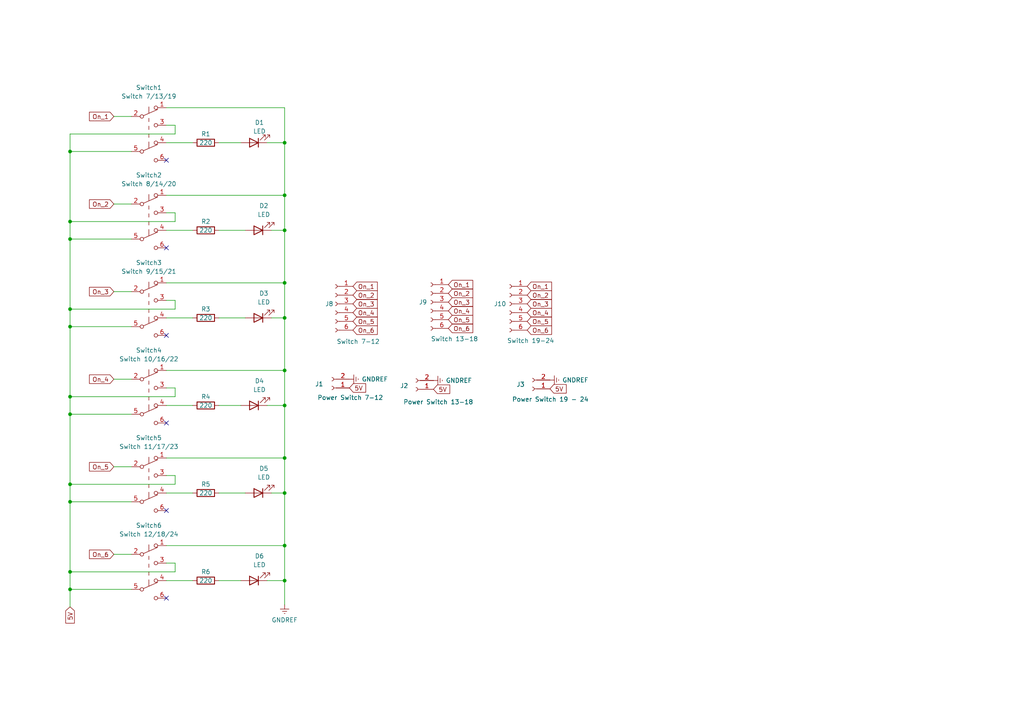
<source format=kicad_sch>
(kicad_sch (version 20230121) (generator eeschema)
  (paper "A4")
  (lib_symbols
    (symbol "Connector:Conn_01x02_Socket" (pin_names (offset 1.016) hide)
      (property "Reference" "J" (at 0 2.54 0))
      (property "Value" "Conn_01x02_Socket" (at 0 -5.08 0))
      (symbol "Conn_01x02_Socket_1_1"
        (arc (start 0 -2.032) (mid -0.5058 -2.54) (end 0 -3.048) (stroke (width 0.1524)))
        (polyline (pts (xy -1.27 -2.54) (xy -0.508 -2.54)) (stroke (width 0.1524)))
        (polyline (pts (xy -1.27 0) (xy -0.508 0)) (stroke (width 0.1524)))
        (arc (start 0 0.508) (mid -0.5058 0) (end 0 -0.508) (stroke (width 0.1524)))
        (pin passive line (at -5.08 0 0) (length 3.81) (name "Pin_1") (number "1"))
        (pin passive line (at -5.08 -2.54 0) (length 3.81) (name "Pin_2") (number "2"))
      )
    )
    (symbol "Connector:Conn_01x06_Socket" (pin_names (offset 1.016) hide)
      (property "Reference" "J" (at 0 7.62 0))
      (property "Value" "Conn_01x06_Socket" (at 0 -10.16 0))
      (symbol "Conn_01x06_Socket_1_1"
        (arc (start 0 -7.112) (mid -0.5058 -7.62) (end 0 -8.128) (stroke (width 0.1524)))
        (arc (start 0 -4.572) (mid -0.5058 -5.08) (end 0 -5.588) (stroke (width 0.1524)))
        (arc (start 0 -2.032) (mid -0.5058 -2.54) (end 0 -3.048) (stroke (width 0.1524)))
        (polyline (pts (xy -1.27 -7.62) (xy -0.508 -7.62)) (stroke (width 0.1524)))
        (polyline (pts (xy -1.27 -5.08) (xy -0.508 -5.08)) (stroke (width 0.1524)))
        (polyline (pts (xy -1.27 -2.54) (xy -0.508 -2.54)) (stroke (width 0.1524)))
        (polyline (pts (xy -1.27 0) (xy -0.508 0)) (stroke (width 0.1524)))
        (polyline (pts (xy -1.27 2.54) (xy -0.508 2.54)) (stroke (width 0.1524)))
        (polyline (pts (xy -1.27 5.08) (xy -0.508 5.08)) (stroke (width 0.1524)))
        (arc (start 0 0.508) (mid -0.5058 0) (end 0 -0.508) (stroke (width 0.1524)))
        (arc (start 0 3.048) (mid -0.5058 2.54) (end 0 2.032) (stroke (width 0.1524)))
        (arc (start 0 5.588) (mid -0.5058 5.08) (end 0 4.572) (stroke (width 0.1524)))
        (pin passive line (at -5.08 5.08 0) (length 3.81) (name "Pin_1") (number "1"))
        (pin passive line (at -5.08 2.54 0) (length 3.81) (name "Pin_2") (number "2"))
        (pin passive line (at -5.08 0 0) (length 3.81) (name "Pin_3") (number "3"))
        (pin passive line (at -5.08 -2.54 0) (length 3.81) (name "Pin_4") (number "4"))
        (pin passive line (at -5.08 -5.08 0) (length 3.81) (name "Pin_5") (number "5"))
        (pin passive line (at -5.08 -7.62 0) (length 3.81) (name "Pin_6") (number "6"))
      )
    )
    (symbol "Device:LED" (pin_numbers hide) (pin_names (offset 1.016) hide)
      (property "Reference" "D" (at 0 2.54 0))
      (property "Value" "LED" (at 0 -2.54 0))
      (symbol "LED_0_1"
        (polyline (pts (xy -1.27 -1.27) (xy -1.27 1.27)) (stroke (width 0.254)))
        (polyline (pts (xy -1.27 0) (xy 1.27 0)))
        (polyline (pts (xy 1.27 -1.27) (xy 1.27 1.27) (xy -1.27 0) (xy 1.27 -1.27)) (stroke (width 0.254)))
        (polyline (pts (xy -3.048 -0.762) (xy -4.572 -2.286) (xy -3.81 -2.286) (xy -4.572 -2.286) (xy -4.572 -1.524)))
        (polyline (pts (xy -1.778 -0.762) (xy -3.302 -2.286) (xy -2.54 -2.286) (xy -3.302 -2.286) (xy -3.302 -1.524)))
      )
      (symbol "LED_1_1"
        (pin passive line (at -3.81 0 0) (length 2.54) (name "K") (number "1"))
        (pin passive line (at 3.81 0 180) (length 2.54) (name "A") (number "2"))
      )
    )
    (symbol "Device:R" (pin_numbers hide) (pin_names (offset 0))
      (property "Reference" "R" (at 2.032 0 90))
      (property "Value" "R" (at 0 0 90))
      (symbol "R_0_1"
        (rectangle (start -1.016 -2.54) (end 1.016 2.54) (stroke (width 0.254)))
      )
      (symbol "R_1_1"
        (pin passive line (at 0 3.81 270) (length 1.27) (name "~") (number "1"))
        (pin passive line (at 0 -3.81 90) (length 1.27) (name "~") (number "2"))
      )
    )
    (symbol "Switch:SW_Push_DPDT" (pin_names (offset 0) hide)
      (property "Reference" "SW" (at 0 8.89 0))
      (property "Value" "SW_Push_DPDT" (at 0 -10.16 0))
      (symbol "SW_Push_DPDT_0_0"
        (circle (center -2.032 -5.08) (radius 0.508))
        (circle (center -2.032 5.08) (radius 0.508))
        (circle (center 2.032 -7.62) (radius 0.508))
        (circle (center 2.032 2.54) (radius 0.508))
      )
      (symbol "SW_Push_DPDT_0_1"
        (polyline (pts (xy -1.524 -4.826) (xy 2.54 -3.048)))
        (polyline (pts (xy -1.524 5.334) (xy 2.54 7.112)))
        (polyline (pts (xy 0 -2.286) (xy 0 -4.064)))
        (polyline (pts (xy 0 -1.016) (xy 0 0)))
        (polyline (pts (xy 0 1.27) (xy 0 2.286)))
        (polyline (pts (xy 0 3.556) (xy 0 4.572)))
        (polyline (pts (xy 0 7.874) (xy 0 6.096)))
        (circle (center 2.032 -2.54) (radius 0.508))
        (circle (center 2.032 7.62) (radius 0.508))
      )
      (symbol "SW_Push_DPDT_1_1"
        (pin passive line (at 5.08 7.62 180) (length 2.54) (name "A") (number "1"))
        (pin passive line (at -5.08 5.08 0) (length 2.54) (name "B") (number "2"))
        (pin passive line (at 5.08 2.54 180) (length 2.54) (name "C") (number "3"))
        (pin passive line (at 5.08 -2.54 180) (length 2.54) (name "A") (number "4"))
        (pin passive line (at -5.08 -5.08 0) (length 2.54) (name "B") (number "5"))
        (pin passive line (at 5.08 -7.62 180) (length 2.54) (name "C") (number "6"))
      )
    )
    (symbol "power:GNDREF" (power) (pin_names (offset 0))
      (property "Value" "GNDREF" (at 0 -3.81 0))
      (symbol "GNDREF_0_1"
        (polyline (pts (xy -0.635 -1.905) (xy 0.635 -1.905)))
        (polyline (pts (xy -0.127 -2.54) (xy 0.127 -2.54)))
        (polyline (pts (xy 0 -1.27) (xy 0 0)))
        (polyline (pts (xy 1.27 -1.27) (xy -1.27 -1.27)))
      )
      (symbol "GNDREF_1_1"
        (pin power_in line (at 0 0 270) (length 0) hide (name "GNDREF") (number "1"))
      )
    )
  )
  (junction (at 20.32 120.142))
  (junction (at 20.32 145.542))
  (junction (at 20.32 140.462))
  (junction (at 20.32 94.742))
  (junction (at 82.55 92.202))
  (junction (at 20.32 69.342))
  (junction (at 20.32 165.862))
  (junction (at 82.55 41.402))
  (junction (at 82.55 158.242))
  (junction (at 82.55 82.042))
  (junction (at 20.32 89.662))
  (junction (at 82.55 132.842))
  (junction (at 82.55 143.002))
  (junction (at 82.55 56.642))
  (junction (at 20.32 170.942))
  (junction (at 82.55 107.442))
  (junction (at 20.32 64.262))
  (junction (at 82.55 168.402))
  (junction (at 82.55 117.602))
  (junction (at 82.55 66.802))
  (junction (at 20.32 43.942))
  (junction (at 20.32 115.062))
  (no_connect (at 48.26 122.682))
  (no_connect (at 48.26 148.082))
  (no_connect (at 48.26 71.882))
  (no_connect (at 48.26 46.482))
  (no_connect (at 48.26 97.282))
  (no_connect (at 48.26 173.482))
  (wire (pts (xy 48.26 158.242) (xy 82.55 158.242)))
  (wire (pts (xy 33.02 33.782) (xy 38.1 33.782)))
  (wire (pts (xy 48.26 41.402) (xy 55.88 41.402)))
  (wire (pts (xy 63.5 41.402) (xy 69.85 41.402)))
  (wire (pts (xy 82.55 31.242) (xy 82.55 41.402)))
  (wire (pts (xy 48.26 36.322) (xy 50.8 36.322)))
  (wire (pts (xy 77.47 41.402) (xy 82.55 41.402)))
  (wire (pts (xy 48.26 112.522) (xy 50.8 112.522)))
  (wire (pts (xy 82.55 92.202) (xy 82.55 107.442)))
  (wire (pts (xy 63.5 143.002) (xy 71.12 143.002)))
  (wire (pts (xy 82.55 158.242) (xy 82.55 168.402)))
  (wire (pts (xy 20.32 69.342) (xy 38.1 69.342)))
  (wire (pts (xy 33.02 135.382) (xy 38.1 135.382)))
  (wire (pts (xy 48.26 117.602) (xy 55.88 117.602)))
  (wire (pts (xy 50.8 36.322) (xy 50.8 38.862)))
  (wire (pts (xy 20.32 140.462) (xy 50.8 140.462)))
  (wire (pts (xy 78.74 66.802) (xy 82.55 66.802)))
  (wire (pts (xy 48.26 82.042) (xy 82.55 82.042)))
  (wire (pts (xy 50.8 112.522) (xy 50.8 115.062)))
  (wire (pts (xy 20.32 94.742) (xy 38.1 94.742)))
  (wire (pts (xy 48.26 56.642) (xy 82.55 56.642)))
  (wire (pts (xy 20.32 120.142) (xy 20.32 140.462)))
  (wire (pts (xy 78.74 143.002) (xy 82.55 143.002)))
  (wire (pts (xy 20.32 94.742) (xy 20.32 115.062)))
  (wire (pts (xy 50.8 87.122) (xy 50.8 89.662)))
  (wire (pts (xy 20.32 89.662) (xy 50.8 89.662)))
  (wire (pts (xy 82.55 117.602) (xy 82.55 132.842)))
  (wire (pts (xy 33.02 109.982) (xy 38.1 109.982)))
  (wire (pts (xy 48.26 132.842) (xy 82.55 132.842)))
  (wire (pts (xy 48.26 66.802) (xy 55.88 66.802)))
  (wire (pts (xy 50.8 61.722) (xy 50.8 64.262)))
  (wire (pts (xy 82.55 56.642) (xy 82.55 66.802)))
  (wire (pts (xy 50.8 137.922) (xy 50.8 140.462)))
  (wire (pts (xy 82.55 143.002) (xy 82.55 158.242)))
  (wire (pts (xy 20.32 64.262) (xy 50.8 64.262)))
  (wire (pts (xy 78.74 92.202) (xy 82.55 92.202)))
  (wire (pts (xy 82.55 41.402) (xy 82.55 56.642)))
  (wire (pts (xy 48.26 137.922) (xy 50.8 137.922)))
  (wire (pts (xy 20.32 115.062) (xy 50.8 115.062)))
  (wire (pts (xy 33.02 84.582) (xy 38.1 84.582)))
  (wire (pts (xy 33.02 59.182) (xy 38.1 59.182)))
  (wire (pts (xy 20.32 64.262) (xy 20.32 69.342)))
  (wire (pts (xy 82.55 82.042) (xy 82.55 92.202)))
  (wire (pts (xy 48.26 61.722) (xy 50.8 61.722)))
  (wire (pts (xy 48.26 168.402) (xy 55.88 168.402)))
  (wire (pts (xy 63.5 168.402) (xy 69.85 168.402)))
  (wire (pts (xy 20.32 115.062) (xy 20.32 120.142)))
  (wire (pts (xy 77.47 168.402) (xy 82.55 168.402)))
  (wire (pts (xy 20.32 140.462) (xy 20.32 145.542)))
  (wire (pts (xy 38.1 43.942) (xy 20.32 43.942)))
  (wire (pts (xy 20.32 165.862) (xy 50.8 165.862)))
  (wire (pts (xy 20.32 89.662) (xy 20.32 94.742)))
  (wire (pts (xy 48.26 92.202) (xy 55.88 92.202)))
  (wire (pts (xy 20.32 170.942) (xy 38.1 170.942)))
  (wire (pts (xy 48.26 163.322) (xy 50.8 163.322)))
  (wire (pts (xy 20.32 120.142) (xy 38.1 120.142)))
  (wire (pts (xy 20.32 165.862) (xy 20.32 170.942)))
  (wire (pts (xy 63.5 66.802) (xy 71.12 66.802)))
  (wire (pts (xy 77.47 117.602) (xy 82.55 117.602)))
  (wire (pts (xy 20.32 145.542) (xy 20.32 165.862)))
  (wire (pts (xy 20.32 170.942) (xy 20.32 176.022)))
  (wire (pts (xy 63.5 92.202) (xy 71.12 92.202)))
  (wire (pts (xy 50.8 163.322) (xy 50.8 165.862)))
  (wire (pts (xy 48.26 87.122) (xy 50.8 87.122)))
  (wire (pts (xy 48.26 31.242) (xy 82.55 31.242)))
  (wire (pts (xy 20.32 145.542) (xy 38.1 145.542)))
  (wire (pts (xy 82.55 66.802) (xy 82.55 82.042)))
  (wire (pts (xy 63.5 117.602) (xy 69.85 117.602)))
  (wire (pts (xy 20.32 38.862) (xy 20.32 43.942)))
  (wire (pts (xy 48.26 107.442) (xy 82.55 107.442)))
  (wire (pts (xy 20.32 43.942) (xy 20.32 64.262)))
  (wire (pts (xy 20.32 69.342) (xy 20.32 89.662)))
  (wire (pts (xy 82.55 132.842) (xy 82.55 143.002)))
  (wire (pts (xy 33.02 160.782) (xy 38.1 160.782)))
  (wire (pts (xy 20.32 38.862) (xy 50.8 38.862)))
  (wire (pts (xy 48.26 143.002) (xy 55.88 143.002)))
  (wire (pts (xy 82.55 168.402) (xy 82.55 175.387)))
  (wire (pts (xy 82.55 107.442) (xy 82.55 117.602)))
  (global_label "On_2" (shape input) (at 152.908 85.598 0) (property "Intersheetrefs" "${INTERSHEET_REFS}" (effects hide)))
  (global_label "5V" (shape input) (at 20.32 176.022 270) (property "Intersheetrefs" "${INTERSHEET_REFS}" (effects hide)))
  (global_label "5V" (shape input) (at 159.512 112.776 0) (property "Intersheetrefs" "${INTERSHEET_REFS}" (effects hide)))
  (global_label "On_2" (shape input) (at 130.048 85.09 0) (property "Intersheetrefs" "${INTERSHEET_REFS}" (effects hide)))
  (global_label "On_4" (shape input) (at 33.02 109.982 180) (property "Intersheetrefs" "${INTERSHEET_REFS}" (effects hide)))
  (global_label "On_6" (shape input) (at 102.362 95.758 0) (property "Intersheetrefs" "${INTERSHEET_REFS}" (effects hide)))
  (global_label "On_3" (shape input) (at 33.02 84.582 180) (property "Intersheetrefs" "${INTERSHEET_REFS}" (effects hide)))
  (global_label "On_4" (shape input) (at 130.048 90.17 0) (property "Intersheetrefs" "${INTERSHEET_REFS}" (effects hide)))
  (global_label "On_6" (shape input) (at 152.908 95.758 0) (property "Intersheetrefs" "${INTERSHEET_REFS}" (effects hide)))
  (global_label "On_1" (shape input) (at 152.908 83.058 0) (property "Intersheetrefs" "${INTERSHEET_REFS}" (effects hide)))
  (global_label "On_6" (shape input) (at 33.02 160.782 180) (property "Intersheetrefs" "${INTERSHEET_REFS}" (effects hide)))
  (global_label "On_1" (shape input) (at 33.02 33.782 180) (property "Intersheetrefs" "${INTERSHEET_REFS}" (effects hide)))
  (global_label "5V" (shape input) (at 125.73 112.903 0) (property "Intersheetrefs" "${INTERSHEET_REFS}" (effects hide)))
  (global_label "On_1" (shape input) (at 102.362 83.058 0) (property "Intersheetrefs" "${INTERSHEET_REFS}" (effects hide)))
  (global_label "On_4" (shape input) (at 102.362 90.678 0) (property "Intersheetrefs" "${INTERSHEET_REFS}" (effects hide)))
  (global_label "5V" (shape input) (at 101.346 112.522 0) (property "Intersheetrefs" "${INTERSHEET_REFS}" (effects hide)))
  (global_label "On_5" (shape input) (at 130.048 92.71 0) (property "Intersheetrefs" "${INTERSHEET_REFS}" (effects hide)))
  (global_label "On_5" (shape input) (at 102.362 93.218 0) (property "Intersheetrefs" "${INTERSHEET_REFS}" (effects hide)))
  (global_label "On_6" (shape input) (at 130.048 95.25 0) (property "Intersheetrefs" "${INTERSHEET_REFS}" (effects hide)))
  (global_label "On_2" (shape input) (at 33.02 59.182 180) (property "Intersheetrefs" "${INTERSHEET_REFS}" (effects hide)))
  (global_label "On_5" (shape input) (at 33.02 135.382 180) (property "Intersheetrefs" "${INTERSHEET_REFS}" (effects hide)))
  (global_label "On_1" (shape input) (at 130.048 82.55 0) (property "Intersheetrefs" "${INTERSHEET_REFS}" (effects hide)))
  (global_label "On_3" (shape input) (at 130.048 87.63 0) (property "Intersheetrefs" "${INTERSHEET_REFS}" (effects hide)))
  (global_label "On_4" (shape input) (at 152.908 90.678 0) (property "Intersheetrefs" "${INTERSHEET_REFS}" (effects hide)))
  (global_label "On_3" (shape input) (at 152.908 88.138 0) (property "Intersheetrefs" "${INTERSHEET_REFS}" (effects hide)))
  (global_label "On_3" (shape input) (at 102.362 88.138 0) (property "Intersheetrefs" "${INTERSHEET_REFS}" (effects hide)))
  (global_label "On_2" (shape input) (at 102.362 85.598 0) (property "Intersheetrefs" "${INTERSHEET_REFS}" (effects hide)))
  (global_label "On_5" (shape input) (at 152.908 93.218 0) (property "Intersheetrefs" "${INTERSHEET_REFS}" (effects hide)))
  (symbol (lib_id "Device:R") (at 59.69 168.402 90) (unit 1)
    (property "Reference" "R6" (at 59.69 165.862 90))
    (property "Value" "220" (at 59.69 168.402 90))
    (property "Footprint" "Resistor_THT:R_Axial_DIN0309_L9.0mm_D3.2mm_P15.24mm_Horizontal" (effects hide))
  )
  (symbol (lib_id "Switch:SW_Push_DPDT") (at 43.18 140.462 0) (unit 1)
    (property "Reference" "Switch5" (at 43.18 127 0))
    (property "Value" "Switch 11/17/23" (at 43.18 129.54 0))
    (property "Footprint" "Maxime:maxi_DPDT_Angled" (effects hide))
  )
  (symbol (lib_id "Device:R") (at 59.69 92.202 90) (unit 1)
    (property "Reference" "R3" (at 59.69 89.662 90))
    (property "Value" "220" (at 59.69 92.202 90))
    (property "Footprint" "Resistor_THT:R_Axial_DIN0309_L9.0mm_D3.2mm_P15.24mm_Horizontal" (effects hide))
  )
  (symbol (lib_id "Connector:Conn_01x02_Socket") (at 96.266 112.522 180) (unit 1)
    (property "Reference" "J1" (at 92.583 111.379 0))
    (property "Value" "Power Switch 7-12" (at 101.6 115.316 0))
    (property "Footprint" "Connector_JST:JST_XH_B2B-XH-A_1x02_P2.50mm_Vertical" (effects hide))
  )
  (symbol (lib_id "power:GNDREF") (at 101.346 109.982 90) (unit 1)
    (property "Reference" "#PWR02" (effects hide))
    (property "Value" "GNDREF" (at 108.712 109.982 90))
  )
  (symbol (lib_id "Device:LED") (at 74.93 92.202 180) (unit 1)
    (property "Reference" "D3" (at 76.5175 85.09 0))
    (property "Value" "LED" (at 76.5175 87.63 0))
    (property "Footprint" "LED_THT:LED_D3.0mm" (effects hide))
  )
  (symbol (lib_id "Switch:SW_Push_DPDT") (at 43.18 64.262 0) (unit 1)
    (property "Reference" "Switch2" (at 43.18 50.8 0))
    (property "Value" "Switch 8/14/20" (at 43.18 53.34 0))
    (property "Footprint" "Maxime:maxi_DPDT_Angled" (effects hide))
  )
  (symbol (lib_id "Device:LED") (at 73.66 41.402 180) (unit 1)
    (property "Reference" "D1" (at 75.2475 35.5432 0))
    (property "Value" "LED" (at 75.2475 38.0801 0))
    (property "Footprint" "LED_THT:LED_D3.0mm" (effects hide))
  )
  (symbol (lib_id "Device:R") (at 59.69 143.002 90) (unit 1)
    (property "Reference" "R5" (at 59.69 140.462 90))
    (property "Value" "220" (at 59.69 143.002 90))
    (property "Footprint" "Resistor_THT:R_Axial_DIN0309_L9.0mm_D3.2mm_P15.24mm_Horizontal" (effects hide))
  )
  (symbol (lib_id "Device:LED") (at 74.93 143.002 180) (unit 1)
    (property "Reference" "D5" (at 76.5175 135.89 0))
    (property "Value" "LED" (at 76.5175 138.43 0))
    (property "Footprint" "LED_THT:LED_D3.0mm" (effects hide))
  )
  (symbol (lib_id "Connector:Conn_01x06_Socket") (at 124.968 87.63 0) (mirror y) (unit 1)
    (property "Reference" "J9" (at 122.682 87.63 0))
    (property "Value" "Switch 13-18" (at 131.826 98.298 0))
    (property "Footprint" "Connector_JST:JST_XH_B6B-XH-A_1x06_P2.50mm_Vertical" (effects hide))
  )
  (symbol (lib_id "Switch:SW_Push_DPDT") (at 43.18 115.062 0) (unit 1)
    (property "Reference" "Switch4" (at 43.18 101.6 0))
    (property "Value" "Switch 10/16/22" (at 43.18 104.14 0))
    (property "Footprint" "Maxime:maxi_DPDT_Angled" (effects hide))
  )
  (symbol (lib_id "Device:R") (at 59.69 117.602 90) (unit 1)
    (property "Reference" "R4" (at 59.69 115.062 90))
    (property "Value" "220" (at 59.69 117.602 90))
    (property "Footprint" "Resistor_THT:R_Axial_DIN0309_L9.0mm_D3.2mm_P15.24mm_Horizontal" (effects hide))
  )
  (symbol (lib_id "Connector:Conn_01x02_Socket") (at 120.65 112.903 180) (unit 1)
    (property "Reference" "J2" (at 117.221 111.887 0))
    (property "Value" "Power Switch 13-18" (at 127.127 116.586 0))
    (property "Footprint" "Connector_JST:JST_XH_B2B-XH-A_1x02_P2.50mm_Vertical" (effects hide))
  )
  (symbol (lib_id "Connector:Conn_01x02_Socket") (at 154.432 112.776 180) (unit 1)
    (property "Reference" "J3" (at 151.003 111.506 0))
    (property "Value" "Power Switch 19 - 24" (at 159.639 115.824 0))
    (property "Footprint" "Connector_JST:JST_XH_B2B-XH-A_1x02_P2.50mm_Vertical" (effects hide))
  )
  (symbol (lib_id "Switch:SW_Push_DPDT") (at 43.18 165.862 0) (unit 1)
    (property "Reference" "Switch6" (at 43.18 152.4 0))
    (property "Value" "Switch 12/18/24" (at 43.18 154.94 0))
    (property "Footprint" "Maxime:maxi_DPDT_Angled" (effects hide))
  )
  (symbol (lib_id "power:GNDREF") (at 159.512 110.236 90) (unit 1)
    (property "Reference" "#PWR04" (effects hide))
    (property "Value" "GNDREF" (at 166.878 110.236 90))
  )
  (symbol (lib_id "Device:R") (at 59.69 41.402 90) (unit 1)
    (property "Reference" "R1" (at 59.69 38.862 90))
    (property "Value" "220" (at 59.69 41.402 90))
    (property "Footprint" "Resistor_THT:R_Axial_DIN0309_L9.0mm_D3.2mm_P15.24mm_Horizontal" (effects hide))
  )
  (symbol (lib_id "Connector:Conn_01x06_Socket") (at 97.282 88.138 0) (mirror y) (unit 1)
    (property "Reference" "J8" (at 95.504 88.138 0))
    (property "Value" "Switch 7-12" (at 103.886 99.06 0))
    (property "Footprint" "Connector_JST:JST_XH_B6B-XH-A_1x06_P2.50mm_Vertical" (effects hide))
  )
  (symbol (lib_id "Switch:SW_Push_DPDT") (at 43.18 38.862 0) (unit 1)
    (property "Reference" "Switch1" (at 43.18 25.4 0))
    (property "Value" "Switch 7/13/19" (at 43.18 27.94 0))
    (property "Footprint" "Maxime:maxi_DPDT_Angled" (effects hide))
  )
  (symbol (lib_id "Device:LED") (at 74.93 66.802 180) (unit 1)
    (property "Reference" "D2" (at 76.5175 59.69 0))
    (property "Value" "LED" (at 76.5175 62.23 0))
    (property "Footprint" "LED_THT:LED_D3.0mm" (effects hide))
  )
  (symbol (lib_id "power:GNDREF") (at 82.55 175.387 0) (unit 1)
    (property "Reference" "#PWR01" (effects hide))
    (property "Value" "GNDREF" (at 82.55 179.8304 0))
  )
  (symbol (lib_id "Device:R") (at 59.69 66.802 90) (unit 1)
    (property "Reference" "R2" (at 59.69 64.262 90))
    (property "Value" "220" (at 59.69 66.802 90))
    (property "Footprint" "Resistor_THT:R_Axial_DIN0309_L9.0mm_D3.2mm_P15.24mm_Horizontal" (effects hide))
  )
  (symbol (lib_id "Device:LED") (at 73.66 117.602 180) (unit 1)
    (property "Reference" "D4" (at 75.2475 110.49 0))
    (property "Value" "LED" (at 75.2475 113.03 0))
    (property "Footprint" "LED_THT:LED_D3.0mm" (effects hide))
  )
  (symbol (lib_id "Device:LED") (at 73.66 168.402 180) (unit 1)
    (property "Reference" "D6" (at 75.2475 161.29 0))
    (property "Value" "LED" (at 75.2475 163.83 0))
    (property "Footprint" "LED_THT:LED_D3.0mm" (effects hide))
  )
  (symbol (lib_id "Switch:SW_Push_DPDT") (at 43.18 89.662 0) (unit 1)
    (property "Reference" "Switch3" (at 43.18 76.2 0))
    (property "Value" "Switch 9/15/21" (at 43.18 78.74 0))
    (property "Footprint" "Maxime:maxi_DPDT_Angled" (effects hide))
  )
  (symbol (lib_id "Connector:Conn_01x06_Socket") (at 147.828 88.138 0) (mirror y) (unit 1)
    (property "Reference" "J10" (at 145.034 88.138 0))
    (property "Value" "Switch 19-24" (at 153.924 98.806 0))
    (property "Footprint" "Connector_JST:JST_XH_B6B-XH-A_1x06_P2.50mm_Vertical" (effects hide))
  )
  (symbol (lib_id "power:GNDREF") (at 125.73 110.363 90) (unit 1)
    (property "Reference" "#PWR03" (effects hide))
    (property "Value" "GNDREF" (at 133.096 110.363 90))
  )
)
</source>
